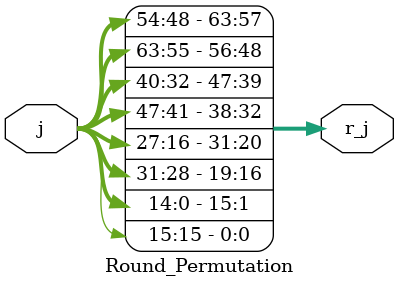
<source format=v>
`timescale 1ns / 1ps

module Encoder(clk, reset, start, p_text, m_key, done, c_text);
    input clk, reset, start;
    input wire [block_length-1 : 0] p_text;
    input wire [key_length-1: 0] m_key;
    output reg done;
    output reg [block_length-1 : 0]  c_text;
    
    reg[4:0] counter ;
    reg [key_length-1:0] key;
    reg [63:0] s_in; 
    wire [key_length-1:0] key_reg;
    wire [63:0] s_out;
    
    parameter block_length = 64;
    parameter key_length = 80;
    
    Round_Enc u2(key,s_in,s_out);
    
    Key_Generator u1(key,counter,key_reg);
        
    parameter IDLE = 2'b00;
    parameter LOAD = 2'b01;
    parameter ROUND = 2'b10;
    parameter ROUND25 = 2'b11;
    reg [1:0] state;
    
      always @(posedge clk) begin
        if(reset) begin
            state <= IDLE;
            counter <= 5'd0; 
        end 
        
        else begin
        
            case (state) 
            
              IDLE: begin 
                  done <= 0;
                  if (start == 1) begin
                      counter <= 5'd0;
                      state <= LOAD;
                  end
              end 
                 
              LOAD: begin
              
                  if (counter == 0) begin
                      key <= m_key; 
                      s_in <= p_text;
                      counter <= counter +1;
                  end
                  
                  else begin
                  counter <= counter -1;
                  state <= ROUND;
                  end
              end
                
              ROUND: begin      
                  if (counter < 5'd24) begin
                      counter <= counter +1;
                      key <= key_reg; 
                      s_in <= s_out;
                  end 
                  else if (counter == 5'd24) begin
                      state <= ROUND25;
                  end
               end
                
               ROUND25: begin
                  done <= 1;
                  c_text <= s_out[63:0] ^ key_reg[63:0] ;
                  state <= IDLE;
               end   
                 
            endcase
         end
      end
endmodule

//////////////////////////////////////////////////////////////////////////////////////////

module Key_Generator(Key, RC, Key_Register);
    input [79:0] Key;
    input [4:0] RC; 
    output [79:0] Key_Register;
    wire [79:0] keywire; 
    wire [3:0] key1; 
    wire [4:0] key2;
    
/////   key_schedule
//        26 tane 64 bitlik anahtar kullanýlýr
//        128 bitlik ya da 80 bitlik kullanýcý tanýmlý master_key in üretim fonksiyonuna sokulup - çýkýþ en anlamsýz 64 bit
//        üretilen anahtarlar sýrasýyla round fonksiyonuna dahil olurlar 
//        ilk turun anahtarý round_key[0] üretilmeyip kullanýcý tarafýndan tanýmlanmýþ ana anahtarýn en anlamsýz 64 biti
//        ilk üretilen anahtar ikinci turda dahil olacka 
//        gerekli 26 anahtarýn (k[0] - k[25]) ilkini ana anahtarýn son 64 bitinden, diðerlerini anahtar üretim fonksiyonundan
//        ana anahtar key_register da kaydedilir bu kaydýn en anlamsýz 64 biti her turun ara anahtarý (round_key) 

    assign keywire = {Key[66:0],Key[79:67]};
    S_Box lsb(keywire[3:0],key1);        
    assign key2 = (RC ^ keywire[63:59]);
    assign Key_Register = {keywire[79:64],key2,keywire[58:4],key1};
    
endmodule


//////////////////////////////////////////////////////////////////////////////////////////

module Round_Enc(round_key, state_in, state_out);
    input [79:0] round_key;
    input [63:0] state_in;
    output [63:0] state_out;

    wire [63:0] S1,S2;
    
    
    
    Add_round_key     f1(state_in, round_key[63:0], S1);  
    S_Box_Layer       f2(S1,S2);
    Permutation_Layer f3(S2,state_out);
    
endmodule    

//////////////////////////////////////////////////////////////////////////////////////////

module Add_round_key(S_in, R_key, S_out);
    input [63:0] S_in;
    input [63:0] R_key;
    
//  þimdiki durum ile tur anahtarýnýn en düþük anlamlý 64 biti arasýnda xor 
//  her turda anahtar deðiþir
    
    output [63:0] S_out;
    
    assign S_out = R_key ^ S_in;
    
endmodule

//////////////////////////////////////////////////////////////////////////////////////////

module S_Box_Layer(a, S_a);
    input [63:0] a;
    output [63:0] S_a;
    
//  4 bit giriþ 4 bit çýkýþ birbiriyle paralel çalýþan 16 s_boxtan oluþur
    
    genvar i;
    
    generate for(i=0; i<16; i=i+1) begin  
        S_Box f(a[(4*i+3) : (4*i)], S_a[(4*i+3) : (4*i)]); 
        end 
    endgenerate
endmodule

//////////////////////////////////////////////////////////////////////////////////////////

module S_Box(k, S_k);
    input [3:0] k;
    output reg [3:0] S_k; 
    
//  k    0 1 2 3 4 5 6 7 8 9 A B C D E F
//  S(k) E 4 B 1 7 9 C A D 2 0 F 8 5 3 6 
   
    always @* begin
    
        case(k)
            4'h0: S_k= 4'hE; 
            4'h1: S_k= 4'h4;    
            4'h2: S_k= 4'hB; 
            4'h3: S_k= 4'h1;
            4'h4: S_k= 4'h7; 
            4'h5: S_k= 4'h9;
            4'h6: S_k= 4'hC; 
            4'h7: S_k= 4'hA;    
            4'h8: S_k= 4'hD; 
            4'h9: S_k= 4'h2;
            4'hA: S_k= 4'h0; 
            4'hB: S_k= 4'hF;
            4'hC: S_k= 4'h8; 
            4'hD: S_k= 4'h5;
            4'hE: S_k= 4'h3; 
            4'hF: S_k= 4'h6;
        endcase
        
    end
endmodule

//////////////////////////////////////////////////////////////////////////////////////////

module Permutation_Layer(s_in, s_out);
    input [63:0] s_in;
    output [63:0] s_out;
    
//  3 ara katmana sahiptir

    wire [63:0] S1, S2;
    
    Block_Shuffle     bs(s_in,S1);
    Round_Permutation rp(S1,S2);
    XOR_Operation     xr(S2,s_out);
    
endmodule

//////////////////////////////////////////////////////////////////////////////////////////

module Block_Shuffle(j, B_j);
    input [63:0] j;
    output [63:0] B_j;
    
    //16 bitlik girdiyi 8 bitlik sola çevrimsel kaydýrma - 16bit çýktý

    
    genvar i;
    
    generate for(i=0; i<4; i=i+1)  
    Block_S f(j[(16*i+15) : (16*i)], B_j[(16*i+15) : (16*i)]);  
    endgenerate
    
endmodule

//////////////////////////////////////////////////////////////////////////////////////////

module Block_S(j, B_j);

    input [15:0] j;
    output reg [15:0] B_j;
    
    //16 bitlik girdi önce 4 bitlik bloklar ayrýlý 
    //en anlamsýz 4 bitlik blok 8 bit sola kaydýrýlarak 3. en anlamsýz bloðun yerine geçer 
    //ayný þekilde ikinci en anlamsýz blok 8 bit kaydýrýlraak en anlmalý bloðun yerin egeçmiþ olur.        
    //j   0 1 2 3 
    //B(j) 2 3 0 1    
    
    always @* begin
        B_j[3:0]  = j[11:8];
        B_j[7:4]  = j[15:12];
        B_j[11:8] = j[3:0];
        B_j[15:12]= j[7:4];
        
        
    end
endmodule

//////////////////////////////////////////////////////////////////////////////////////////

module XOR_Operation(X, W_x);
    input [63:0] X;
    output reg [63:0] W_x;
    
    //    16 bitlik bloklar arasýnda basit xor 
    //    4 tane 16 bitlik çýktýdan(W'3 W'2 W'1 W'0 ) toplamda 64 bit çýkýþ
    //    W'3 =  W3 ^ W2^ W0
    //    W'2 =  W2^ W0 
    //    W'1 =  W3 ^ W1
    //    W'0 =  W3 ^ W1^ W0
    
    always @* begin
        W_x[63:48] = (X[63:48]^X[47:32]^X[15:0]);
        W_x[47:32] = (X[47:32]^X[15:0]);
        W_x[31:16] = (X[63:48]^X[31:16]);
        W_x[15:0]  = (X[63:48]^X[31:16]^X[15:0]);
    end
    
endmodule

//////////////////////////////////////////////////////////////////////////////////////////

module Round_Permutation(j, r_j);
    input [63:0] j;
    output reg [63:0] r_j ;
    
    //            16 bitlik bloklara sola kaydýrma iþlemi uygular
    //            64 bitlik giriþ önce 16 bitlik 4 bloða ayrýlýr ve bu dört bloða sola çevrimsel kaydýrma yapýlýr. 
    //             j   0 1 2 3
    //            r(j) 1 4 7 9 
    
    always @* begin
        r_j[15:0]  = {j[14:0],j[15]};
        r_j[31:16] = {j[27:16],j[31:28]};
        r_j[47:32] = {j[40:32],j[47:41]};
        r_j[63:48] = {j[54:48],j[63:55]};
    end
endmodule


</source>
